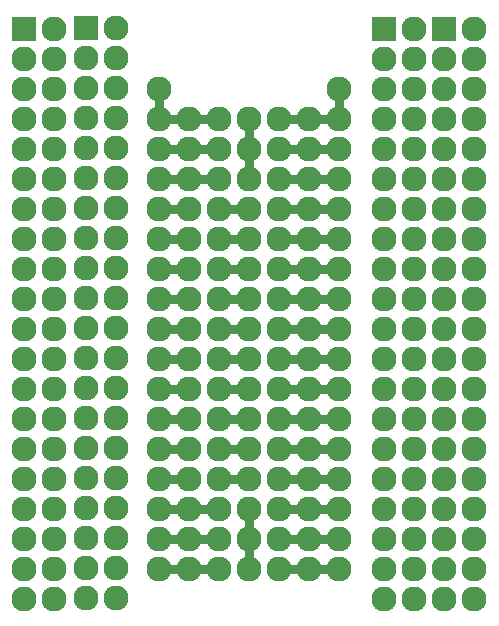
<source format=gts>
G04 #@! TF.FileFunction,Soldermask,Top*
%FSLAX46Y46*%
G04 Gerber Fmt 4.6, Leading zero omitted, Abs format (unit mm)*
G04 Created by KiCad (PCBNEW 4.0.1-3.201512221402+6198~38~ubuntu14.04.1-stable) date Fri 13 May 2016 10:50:05 PM PDT*
%MOMM*%
G01*
G04 APERTURE LIST*
%ADD10C,0.100000*%
%ADD11C,0.762000*%
%ADD12C,2.127200*%
%ADD13R,2.127200X2.127200*%
%ADD14O,2.127200X2.127200*%
G04 APERTURE END LIST*
D10*
D11*
X141478000Y-78740000D02*
X136398000Y-78740000D01*
X146558000Y-101600000D02*
X151638000Y-101600000D01*
X136398000Y-78740000D02*
X136398000Y-76200000D01*
X136398000Y-81280000D02*
X141478000Y-81280000D01*
X136398000Y-83820000D02*
X141478000Y-83820000D01*
X136398000Y-86360000D02*
X138938000Y-86360000D01*
X141478000Y-86360000D02*
X144018000Y-86360000D01*
X141478000Y-88900000D02*
X144018000Y-88900000D01*
X136398000Y-88900000D02*
X138938000Y-88900000D01*
X136398000Y-91440000D02*
X138938000Y-91440000D01*
X136398000Y-93980000D02*
X138938000Y-93980000D01*
X141478000Y-91440000D02*
X144018000Y-91440000D01*
X141478000Y-93980000D02*
X144018000Y-93980000D01*
X141478000Y-96520000D02*
X144018000Y-96520000D01*
X141478000Y-99060000D02*
X144018000Y-99060000D01*
X136398000Y-96520000D02*
X138938000Y-96520000D01*
X136398000Y-99060000D02*
X138938000Y-99060000D01*
X138938000Y-101600000D02*
X136398000Y-101600000D01*
X144018000Y-101600000D02*
X141478000Y-101600000D01*
X141478000Y-104140000D02*
X144018000Y-104140000D01*
X136398000Y-104140000D02*
X138938000Y-104140000D01*
X138938000Y-106680000D02*
X136398000Y-106680000D01*
X144018000Y-106680000D02*
X141478000Y-106680000D01*
X141478000Y-109220000D02*
X144018000Y-109220000D01*
X136398000Y-109220000D02*
X138938000Y-109220000D01*
X141478000Y-111760000D02*
X136398000Y-111760000D01*
X136398000Y-114300000D02*
X141478000Y-114300000D01*
X141478000Y-116840000D02*
X136398000Y-116840000D01*
X144018000Y-116840000D02*
X144018000Y-111760000D01*
X146558000Y-116840000D02*
X151638000Y-116840000D01*
X151638000Y-114300000D02*
X146558000Y-114300000D01*
X146558000Y-111760000D02*
X151638000Y-111760000D01*
X151638000Y-109220000D02*
X146558000Y-109220000D01*
X146558000Y-106680000D02*
X151638000Y-106680000D01*
X151638000Y-104140000D02*
X146558000Y-104140000D01*
X146558000Y-101600000D02*
X151638000Y-101600000D01*
X151638000Y-99060000D02*
X146558000Y-99060000D01*
X146558000Y-96520000D02*
X151638000Y-96520000D01*
X146558000Y-93980000D02*
X151638000Y-93980000D01*
X151638000Y-91440000D02*
X146558000Y-91440000D01*
X146558000Y-88900000D02*
X151638000Y-88900000D01*
X151638000Y-86360000D02*
X146558000Y-86360000D01*
X146558000Y-83820000D02*
X151638000Y-83820000D01*
X146558000Y-81280000D02*
X151638000Y-81280000D01*
X144018000Y-78740000D02*
X144018000Y-83820000D01*
X151638000Y-78740000D02*
X146558000Y-78740000D01*
X151638000Y-76200000D02*
X151638000Y-78740000D01*
D12*
X144018000Y-81280000D03*
X144018000Y-78740000D03*
X144018000Y-83820000D03*
X144018000Y-91440000D03*
X144018000Y-93980000D03*
X144018000Y-99060000D03*
X144018000Y-96520000D03*
X144018000Y-86360000D03*
X144018000Y-88900000D03*
X144018000Y-111760000D03*
X144018000Y-109220000D03*
X144018000Y-101600000D03*
X144018000Y-104140000D03*
X144018000Y-114300000D03*
X144018000Y-116840000D03*
X144018000Y-106680000D03*
X141478000Y-116840000D03*
X141478000Y-114300000D03*
X146558000Y-116840000D03*
X146558000Y-114300000D03*
X151638000Y-116840000D03*
X149098000Y-116840000D03*
X138938000Y-116840000D03*
X136398000Y-116840000D03*
X151638000Y-114300000D03*
X149098000Y-114300000D03*
X138938000Y-114300000D03*
X136398000Y-114300000D03*
X151638000Y-111760000D03*
X149098000Y-111760000D03*
X146558000Y-111760000D03*
X141478000Y-111760000D03*
X138938000Y-111760000D03*
X136398000Y-111760000D03*
X151638000Y-109220000D03*
X149098000Y-109220000D03*
X146558000Y-109220000D03*
X141478000Y-109220000D03*
X138938000Y-109220000D03*
X136398000Y-109220000D03*
X151638000Y-106680000D03*
X149098000Y-106680000D03*
X146558000Y-106680000D03*
X141478000Y-106680000D03*
X138938000Y-106680000D03*
X136398000Y-106680000D03*
X151638000Y-104140000D03*
X149098000Y-104140000D03*
X146558000Y-104140000D03*
X141478000Y-104140000D03*
X138938000Y-104140000D03*
X136398000Y-104140000D03*
X151638000Y-101600000D03*
X149098000Y-101600000D03*
X146558000Y-101600000D03*
X141478000Y-101600000D03*
X138938000Y-101600000D03*
X136398000Y-101600000D03*
X151638000Y-99060000D03*
X149098000Y-99060000D03*
X146558000Y-99060000D03*
X141478000Y-99060000D03*
X138938000Y-99060000D03*
X136398000Y-99060000D03*
X151638000Y-96520000D03*
X149098000Y-96520000D03*
X146558000Y-96520000D03*
X141478000Y-96520000D03*
X138938000Y-96520000D03*
X136398000Y-96520000D03*
X151638000Y-93980000D03*
X149098000Y-93980000D03*
X146558000Y-93980000D03*
X141478000Y-93980000D03*
X138938000Y-93980000D03*
X136398000Y-93980000D03*
X151638000Y-91440000D03*
X149098000Y-91440000D03*
X146558000Y-91440000D03*
X141478000Y-91440000D03*
X138938000Y-91440000D03*
X136398000Y-91440000D03*
X151638000Y-88900000D03*
X149098000Y-88900000D03*
X146558000Y-88900000D03*
X141478000Y-88900000D03*
X138938000Y-88900000D03*
X136398000Y-88900000D03*
X151638000Y-86360000D03*
X149098000Y-86360000D03*
X146558000Y-86360000D03*
X141478000Y-86360000D03*
X138938000Y-86360000D03*
X136398000Y-86360000D03*
X151638000Y-83820000D03*
X149098000Y-83820000D03*
X146558000Y-83820000D03*
X141478000Y-83820000D03*
X138938000Y-83820000D03*
X136398000Y-83820000D03*
X151638000Y-81280000D03*
X149098000Y-81280000D03*
X146558000Y-81280000D03*
X141478000Y-81280000D03*
X138938000Y-81280000D03*
X136398000Y-81280000D03*
X151638000Y-78740000D03*
X149098000Y-78740000D03*
X146558000Y-78740000D03*
X141478000Y-78740000D03*
X138938000Y-78740000D03*
X136398000Y-78740000D03*
X151638000Y-76200000D03*
X136398000Y-76200000D03*
D13*
X124968000Y-71120000D03*
D14*
X127508000Y-71120000D03*
X124968000Y-73660000D03*
X127508000Y-73660000D03*
X124968000Y-76200000D03*
X127508000Y-76200000D03*
X124968000Y-78740000D03*
X127508000Y-78740000D03*
X124968000Y-81280000D03*
X127508000Y-81280000D03*
X124968000Y-83820000D03*
X127508000Y-83820000D03*
X124968000Y-86360000D03*
X127508000Y-86360000D03*
X124968000Y-88900000D03*
X127508000Y-88900000D03*
X124968000Y-91440000D03*
X127508000Y-91440000D03*
X124968000Y-93980000D03*
X127508000Y-93980000D03*
X124968000Y-96520000D03*
X127508000Y-96520000D03*
X124968000Y-99060000D03*
X127508000Y-99060000D03*
X124968000Y-101600000D03*
X127508000Y-101600000D03*
X124968000Y-104140000D03*
X127508000Y-104140000D03*
X124968000Y-106680000D03*
X127508000Y-106680000D03*
X124968000Y-109220000D03*
X127508000Y-109220000D03*
X124968000Y-111760000D03*
X127508000Y-111760000D03*
X124968000Y-114300000D03*
X127508000Y-114300000D03*
X124968000Y-116840000D03*
X127508000Y-116840000D03*
X124968000Y-119380000D03*
X127508000Y-119380000D03*
D13*
X160528000Y-71120000D03*
D14*
X163068000Y-71120000D03*
X160528000Y-73660000D03*
X163068000Y-73660000D03*
X160528000Y-76200000D03*
X163068000Y-76200000D03*
X160528000Y-78740000D03*
X163068000Y-78740000D03*
X160528000Y-81280000D03*
X163068000Y-81280000D03*
X160528000Y-83820000D03*
X163068000Y-83820000D03*
X160528000Y-86360000D03*
X163068000Y-86360000D03*
X160528000Y-88900000D03*
X163068000Y-88900000D03*
X160528000Y-91440000D03*
X163068000Y-91440000D03*
X160528000Y-93980000D03*
X163068000Y-93980000D03*
X160528000Y-96520000D03*
X163068000Y-96520000D03*
X160528000Y-99060000D03*
X163068000Y-99060000D03*
X160528000Y-101600000D03*
X163068000Y-101600000D03*
X160528000Y-104140000D03*
X163068000Y-104140000D03*
X160528000Y-106680000D03*
X163068000Y-106680000D03*
X160528000Y-109220000D03*
X163068000Y-109220000D03*
X160528000Y-111760000D03*
X163068000Y-111760000D03*
X160528000Y-114300000D03*
X163068000Y-114300000D03*
X160528000Y-116840000D03*
X163068000Y-116840000D03*
X160528000Y-119380000D03*
X163068000Y-119380000D03*
D13*
X155448000Y-71120000D03*
D12*
X155448000Y-73660000D03*
X155448000Y-76200000D03*
X155448000Y-78740000D03*
X155448000Y-81280000D03*
X155448000Y-83820000D03*
X155448000Y-86360000D03*
X155448000Y-88900000D03*
X155448000Y-91440000D03*
X155448000Y-93980000D03*
X155448000Y-96520000D03*
X155448000Y-99060000D03*
X155448000Y-101600000D03*
X155448000Y-104140000D03*
X155448000Y-106680000D03*
X155448000Y-109220000D03*
X155448000Y-111760000D03*
X155448000Y-114300000D03*
X155448000Y-116840000D03*
X155448000Y-119380000D03*
X157988000Y-71120000D03*
X157988000Y-73660000D03*
X157988000Y-76200000D03*
X157988000Y-78740000D03*
X157988000Y-81280000D03*
X157988000Y-83820000D03*
X157988000Y-86360000D03*
X157988000Y-88900000D03*
X157988000Y-91440000D03*
X157988000Y-93980000D03*
X157988000Y-96520000D03*
X157988000Y-99060000D03*
X157988000Y-101600000D03*
X157988000Y-104140000D03*
X157988000Y-106680000D03*
X157988000Y-109220000D03*
X157988000Y-111760000D03*
X157988000Y-114300000D03*
X157988000Y-116840000D03*
X157988000Y-119380000D03*
X132715000Y-71035001D03*
X132715000Y-73575001D03*
X132715000Y-76115001D03*
X132715000Y-78655001D03*
X132715000Y-81195001D03*
X132715000Y-83735001D03*
X132715000Y-86275001D03*
X132715000Y-88815001D03*
X132715000Y-91355001D03*
X132715000Y-93895001D03*
X132715000Y-96435001D03*
X132715000Y-98975001D03*
X132715000Y-101515001D03*
X132715000Y-104055001D03*
X132715000Y-106595001D03*
X132715000Y-109135001D03*
X132715000Y-111675001D03*
X132715000Y-114215001D03*
X132715000Y-116755001D03*
X132715000Y-119295001D03*
D13*
X130175000Y-71035001D03*
D12*
X130175000Y-73575001D03*
X130175000Y-76115001D03*
X130175000Y-78655001D03*
X130175000Y-81195001D03*
X130175000Y-83735001D03*
X130175000Y-86275001D03*
X130175000Y-88815001D03*
X130175000Y-91355001D03*
X130175000Y-93895001D03*
X130175000Y-96435001D03*
X130175000Y-98975001D03*
X130175000Y-101515001D03*
X130175000Y-104055001D03*
X130175000Y-106595001D03*
X130175000Y-109135001D03*
X130175000Y-111675001D03*
X130175000Y-114215001D03*
X130175000Y-116755001D03*
X130175000Y-119295001D03*
M02*

</source>
